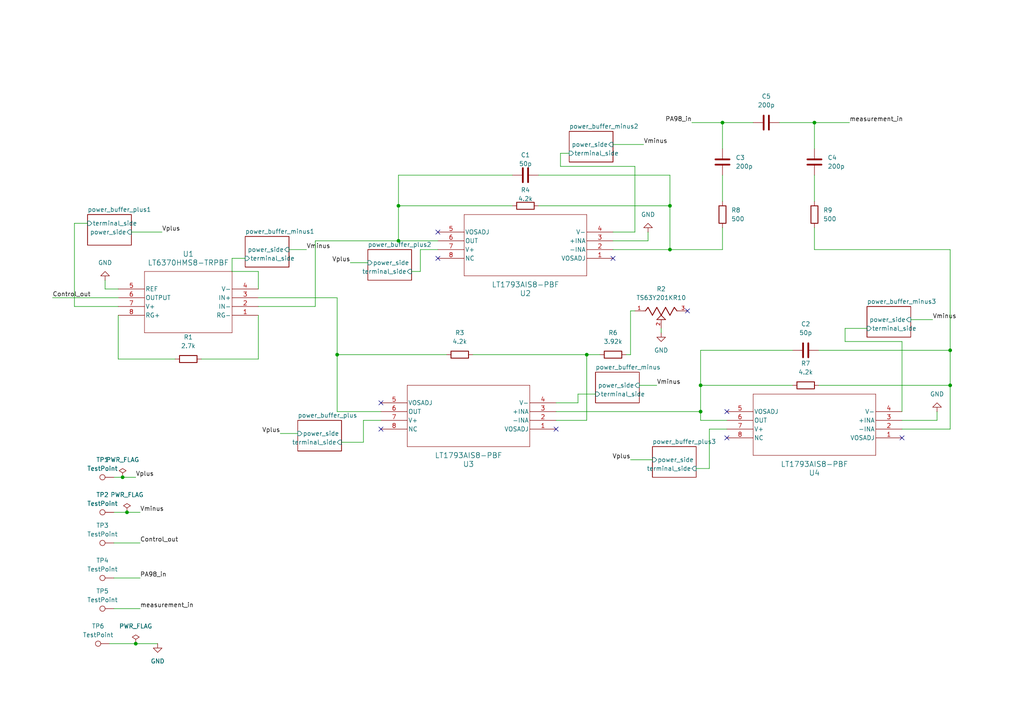
<source format=kicad_sch>
(kicad_sch (version 20250114) (generator "eeschema") (generator_version "9.0")
  (paper "A4")
  (lib_symbols
    (symbol "Connector:TestPoint" (pin_numbers (hide yes)) (pin_names (offset 0.762) (hide yes))
      (property "Reference" "TP" (at 0 6.858 0))
      (property "Value" "TestPoint" (at 0 5.08 0))
      (symbol "TestPoint_0_1"
        (circle (center 0 3.302) (radius 0.762))
      )
      (symbol "TestPoint_1_1"
        (pin passive line (at 0 0 90) (length 2.54) (name "1") (number "1"))
      )
    )
    (symbol "Custom_Potentiometers:TS63Y201KR10" (pin_names (offset 1.016))
      (property "Reference" "R" (at -5.08 5.08 0))
      (property "Value" "TS63Y201KR10" (at -5.08 2.54 0))
      (symbol "TS63Y201KR10_0_0"
        (polyline (pts (xy -5.08 0) (xy -4.572 0)) (stroke (width 0.1524)))
        (polyline (pts (xy -4.572 0) (xy -3.81 1.016)) (stroke (width 0.254)))
        (polyline (pts (xy -3.81 1.016) (xy -2.54 -1.27)) (stroke (width 0.254)))
        (polyline (pts (xy -2.54 -1.27) (xy -1.27 1.016)) (stroke (width 0.254)))
        (polyline (pts (xy -1.27 1.016) (xy 0 -1.27)) (stroke (width 0.254)))
        (polyline (pts (xy -1.27 -2.54) (xy 0 -1.27)) (stroke (width 0.2032)))
        (polyline (pts (xy 0 -1.27) (xy 1.27 1.016)) (stroke (width 0.254)))
        (polyline (pts (xy 0 -1.27) (xy 1.27 -2.54)) (stroke (width 0.2032)))
        (polyline (pts (xy 1.27 1.016) (xy 2.54 -1.27)) (stroke (width 0.254)))
        (polyline (pts (xy 1.27 -2.54) (xy -1.27 -2.54)) (stroke (width 0.2032)))
        (polyline (pts (xy 2.54 -1.27) (xy 3.81 1.016)) (stroke (width 0.254)))
        (polyline (pts (xy 3.81 1.016) (xy 4.572 0)) (stroke (width 0.254)))
        (polyline (pts (xy 4.572 0) (xy 5.08 0)) (stroke (width 0.1524)))
        (pin passive line (at -7.62 0 0) (length 2.54) (name "~") (number "1"))
        (pin passive line (at 0 -5.08 90) (length 2.54) (name "~") (number "2"))
        (pin passive line (at 7.62 0 180) (length 2.54) (name "~") (number "3"))
      )
    )
    (symbol "Custom_amplifier:LT1793AIS8-PBF" (pin_names (offset 0.254))
      (property "Reference" "U" (at 25.4 10.16 0))
      (property "Value" "LT1793AIS8-PBF" (at 25.4 7.62 0))
      (symbol "LT1793AIS8-PBF_0_1"
        (polyline (pts (xy 7.62 5.08) (xy 7.62 -12.7)) (stroke (width 0.127)))
        (polyline (pts (xy 7.62 -12.7) (xy 43.18 -12.7)) (stroke (width 0.127)))
        (polyline (pts (xy 43.18 5.08) (xy 7.62 5.08)) (stroke (width 0.127)))
        (polyline (pts (xy 43.18 -12.7) (xy 43.18 5.08)) (stroke (width 0.127)))
        (pin unspecified line (at 0 0 0) (length 7.62) (name "VOSADJ") (number "1"))
        (pin input line (at 0 -2.54 0) (length 7.62) (name "-INA") (number "2"))
        (pin input line (at 0 -5.08 0) (length 7.62) (name "+INA") (number "3"))
        (pin power_in line (at 0 -7.62 0) (length 7.62) (name "V-") (number "4"))
        (pin unspecified line (at 50.8 0 180) (length 7.62) (name "NC") (number "8"))
        (pin power_in line (at 50.8 -2.54 180) (length 7.62) (name "V+") (number "7"))
        (pin output line (at 50.8 -5.08 180) (length 7.62) (name "OUT") (number "6"))
        (pin unspecified line (at 50.8 -7.62 180) (length 7.62) (name "VOSADJ") (number "5"))
      )
    )
    (symbol "Custom_amplifier:LT6370HMS8-TRPBF" (pin_names (offset 0.254))
      (property "Reference" "U" (at 20.32 10.16 0))
      (property "Value" "LT6370HMS8-TRPBF" (at 20.32 7.62 0))
      (symbol "LT6370HMS8-TRPBF_0_1"
        (polyline (pts (xy 7.62 5.08) (xy 7.62 -12.7)) (stroke (width 0.127)))
        (polyline (pts (xy 7.62 -12.7) (xy 33.02 -12.7)) (stroke (width 0.127)))
        (polyline (pts (xy 33.02 5.08) (xy 7.62 5.08)) (stroke (width 0.127)))
        (polyline (pts (xy 33.02 -12.7) (xy 33.02 5.08)) (stroke (width 0.127)))
        (pin unspecified line (at 0 0 0) (length 7.62) (name "RG-") (number "1"))
        (pin input line (at 0 -2.54 0) (length 7.62) (name "IN-") (number "2"))
        (pin input line (at 0 -5.08 0) (length 7.62) (name "IN+") (number "3"))
        (pin power_in line (at 0 -7.62 0) (length 7.62) (name "V-") (number "4"))
        (pin unspecified line (at 40.64 0 180) (length 7.62) (name "RG+") (number "8"))
        (pin power_in line (at 40.64 -2.54 180) (length 7.62) (name "V+") (number "7"))
        (pin output line (at 40.64 -5.08 180) (length 7.62) (name "OUTPUT") (number "6"))
        (pin power_in line (at 40.64 -7.62 180) (length 7.62) (name "REF") (number "5"))
      )
    )
    (symbol "Device:C" (pin_numbers (hide yes)) (pin_names (offset 0.254))
      (property "Reference" "C" (at 0.635 2.54 0))
      (property "Value" "C" (at 0.635 -2.54 0))
      (symbol "C_0_1"
        (polyline (pts (xy -2.032 0.762) (xy 2.032 0.762)) (stroke (width 0.508)))
        (polyline (pts (xy -2.032 -0.762) (xy 2.032 -0.762)) (stroke (width 0.508)))
      )
      (symbol "C_1_1"
        (pin passive line (at 0 3.81 270) (length 2.794) (name "~") (number "1"))
        (pin passive line (at 0 -3.81 90) (length 2.794) (name "~") (number "2"))
      )
    )
    (symbol "Device:R" (pin_numbers (hide yes)) (pin_names (offset 0))
      (property "Reference" "R" (at 2.032 0 90))
      (property "Value" "R" (at 0 0 90))
      (symbol "R_0_1"
        (rectangle (start -1.016 -2.54) (end 1.016 2.54) (stroke (width 0.254)))
      )
      (symbol "R_1_1"
        (pin passive line (at 0 3.81 270) (length 1.27) (name "~") (number "1"))
        (pin passive line (at 0 -3.81 90) (length 1.27) (name "~") (number "2"))
      )
    )
    (symbol "power:GND" (power) (pin_numbers (hide yes)) (pin_names (offset 0) (hide yes))
      (property "Value" "GND" (at 0 -3.81 0))
      (symbol "GND_0_1"
        (polyline (pts (xy 0 0) (xy 0 -1.27) (xy 1.27 -1.27) (xy 0 -2.54) (xy -1.27 -1.27) (xy 0 -1.27)))
      )
      (symbol "GND_1_1"
        (pin power_in line (at 0 0 270) (length 0) (name "~") (number "1"))
      )
    )
    (symbol "power:PWR_FLAG" (power) (pin_numbers (hide yes)) (pin_names (offset 0) (hide yes))
      (property "Value" "PWR_FLAG" (at 0 3.81 0))
      (symbol "PWR_FLAG_0_0"
        (pin power_out line (at 0 0 90) (length 0) (name "~") (number "1"))
      )
      (symbol "PWR_FLAG_0_1"
        (polyline (pts (xy 0 0) (xy 0 1.27) (xy -1.016 1.905) (xy 0 2.54) (xy 1.016 1.905) (xy 0 1.27)))
      )
    )
  )
  (junction (at 209.55 35.56))
  (junction (at 236.22 35.56))
  (junction (at 275.59 101.6))
  (junction (at 115.57 69.85))
  (junction (at 115.57 59.69))
  (junction (at 97.79 102.87))
  (junction (at 194.31 72.39))
  (junction (at 39.37 186.69))
  (junction (at 36.83 148.59))
  (junction (at 275.59 111.76))
  (junction (at 203.2 111.76))
  (junction (at 170.18 102.87))
  (junction (at 35.56 138.43))
  (junction (at 203.2 119.38))
  (junction (at 194.31 59.69))
  (no_connect (at 110.49 116.84))
  (no_connect (at 127 74.93))
  (no_connect (at 161.29 124.46))
  (no_connect (at 110.49 124.46))
  (no_connect (at 127 67.31))
  (no_connect (at 177.8 74.93))
  (no_connect (at 199.39 90.17))
  (no_connect (at 210.82 127))
  (no_connect (at 210.82 119.38))
  (no_connect (at 261.62 127))
  (wire (pts (xy 194.31 72.39) (xy 209.55 72.39)))
  (wire (pts (xy 105.41 121.92) (xy 110.49 121.92)))
  (wire (pts (xy 236.22 35.56) (xy 226.06 35.56)))
  (wire (pts (xy 115.57 69.85) (xy 127 69.85)))
  (wire (pts (xy 184.15 67.31) (xy 184.15 48.26)))
  (wire (pts (xy 205.74 124.46) (xy 205.74 135.89)))
  (wire (pts (xy 115.57 69.85) (xy 115.57 59.69)))
  (wire (pts (xy 74.93 83.82) (xy 74.93 78.74)))
  (wire (pts (xy 91.44 69.85) (xy 115.57 69.85)))
  (wire (pts (xy 170.18 102.87) (xy 170.18 121.92)))
  (wire (pts (xy 137.16 102.87) (xy 170.18 102.87)))
  (wire (pts (xy 97.79 102.87) (xy 97.79 119.38)))
  (wire (pts (xy 30.48 81.28) (xy 30.48 83.82)))
  (wire (pts (xy 271.78 121.92) (xy 261.62 121.92)))
  (wire (pts (xy 203.2 121.92) (xy 210.82 121.92)))
  (wire (pts (xy 194.31 59.69) (xy 194.31 72.39)))
  (wire (pts (xy 275.59 72.39) (xy 236.22 72.39)))
  (wire (pts (xy 81.28 125.73) (xy 86.36 125.73)))
  (wire (pts (xy 236.22 35.56) (xy 246.38 35.56)))
  (wire (pts (xy 203.2 111.76) (xy 203.2 101.6)))
  (wire (pts (xy 182.88 133.35) (xy 189.23 133.35)))
  (wire (pts (xy 119.38 78.74) (xy 121.92 78.74)))
  (wire (pts (xy 91.44 88.9) (xy 91.44 69.85)))
  (wire (pts (xy 205.74 124.46) (xy 210.82 124.46)))
  (wire (pts (xy 156.21 59.69) (xy 194.31 59.69)))
  (wire (pts (xy 115.57 59.69) (xy 148.59 59.69)))
  (wire (pts (xy 15.24 86.36) (xy 34.29 86.36)))
  (wire (pts (xy 97.79 119.38) (xy 110.49 119.38)))
  (wire (pts (xy 203.2 119.38) (xy 203.2 111.76)))
  (wire (pts (xy 162.56 44.45) (xy 165.1 44.45)))
  (wire (pts (xy 35.56 138.43) (xy 33.02 138.43)))
  (wire (pts (xy 39.37 186.69) (xy 45.72 186.69)))
  (wire (pts (xy 115.57 59.69) (xy 115.57 50.8)))
  (wire (pts (xy 67.31 74.93) (xy 71.12 74.93)))
  (wire (pts (xy 74.93 104.14) (xy 58.42 104.14)))
  (wire (pts (xy 115.57 50.8) (xy 148.59 50.8)))
  (wire (pts (xy 271.78 119.38) (xy 271.78 121.92)))
  (wire (pts (xy 209.55 35.56) (xy 218.44 35.56)))
  (wire (pts (xy 275.59 101.6) (xy 275.59 72.39)))
  (wire (pts (xy 99.06 128.27) (xy 105.41 128.27)))
  (wire (pts (xy 40.64 176.53) (xy 33.02 176.53)))
  (wire (pts (xy 97.79 86.36) (xy 97.79 102.87)))
  (wire (pts (xy 209.55 43.18) (xy 209.55 35.56)))
  (wire (pts (xy 190.5 111.76) (xy 185.42 111.76)))
  (wire (pts (xy 31.75 186.69) (xy 39.37 186.69)))
  (wire (pts (xy 40.64 167.64) (xy 33.02 167.64)))
  (wire (pts (xy 182.88 102.87) (xy 181.61 102.87)))
  (wire (pts (xy 237.49 111.76) (xy 275.59 111.76)))
  (wire (pts (xy 156.21 50.8) (xy 194.31 50.8)))
  (wire (pts (xy 88.9 72.39) (xy 83.82 72.39)))
  (wire (pts (xy 21.59 88.9) (xy 21.59 64.77)))
  (wire (pts (xy 191.77 95.25) (xy 191.77 96.52)))
  (wire (pts (xy 74.93 91.44) (xy 74.93 104.14)))
  (wire (pts (xy 97.79 102.87) (xy 129.54 102.87)))
  (wire (pts (xy 187.96 69.85) (xy 177.8 69.85)))
  (wire (pts (xy 200.66 35.56) (xy 209.55 35.56)))
  (wire (pts (xy 194.31 50.8) (xy 194.31 59.69)))
  (wire (pts (xy 161.29 119.38) (xy 203.2 119.38)))
  (wire (pts (xy 121.92 78.74) (xy 121.92 72.39)))
  (wire (pts (xy 167.64 114.3) (xy 172.72 114.3)))
  (wire (pts (xy 30.48 83.82) (xy 34.29 83.82)))
  (wire (pts (xy 121.92 72.39) (xy 127 72.39)))
  (wire (pts (xy 105.41 128.27) (xy 105.41 121.92)))
  (wire (pts (xy 194.31 72.39) (xy 177.8 72.39)))
  (wire (pts (xy 245.11 99.06) (xy 245.11 95.25)))
  (wire (pts (xy 162.56 48.26) (xy 162.56 44.45)))
  (wire (pts (xy 209.55 66.04) (xy 209.55 72.39)))
  (wire (pts (xy 203.2 121.92) (xy 203.2 119.38)))
  (wire (pts (xy 161.29 121.92) (xy 170.18 121.92)))
  (wire (pts (xy 34.29 91.44) (xy 34.29 104.14)))
  (wire (pts (xy 34.29 104.14) (xy 50.8 104.14)))
  (wire (pts (xy 21.59 64.77) (xy 25.4 64.77)))
  (wire (pts (xy 46.99 67.31) (xy 38.1 67.31)))
  (wire (pts (xy 187.96 67.31) (xy 187.96 69.85)))
  (wire (pts (xy 245.11 95.25) (xy 251.46 95.25)))
  (wire (pts (xy 261.62 119.38) (xy 261.62 99.06)))
  (wire (pts (xy 236.22 50.8) (xy 236.22 58.42)))
  (wire (pts (xy 40.64 157.48) (xy 33.02 157.48)))
  (wire (pts (xy 236.22 66.04) (xy 236.22 72.39)))
  (wire (pts (xy 261.62 99.06) (xy 245.11 99.06)))
  (wire (pts (xy 237.49 101.6) (xy 275.59 101.6)))
  (wire (pts (xy 184.15 67.31) (xy 177.8 67.31)))
  (wire (pts (xy 236.22 43.18) (xy 236.22 35.56)))
  (wire (pts (xy 275.59 111.76) (xy 275.59 124.46)))
  (wire (pts (xy 184.15 48.26) (xy 162.56 48.26)))
  (wire (pts (xy 209.55 50.8) (xy 209.55 58.42)))
  (wire (pts (xy 170.18 102.87) (xy 173.99 102.87)))
  (wire (pts (xy 203.2 111.76) (xy 229.87 111.76)))
  (wire (pts (xy 101.6 76.2) (xy 106.68 76.2)))
  (wire (pts (xy 167.64 116.84) (xy 161.29 116.84)))
  (wire (pts (xy 186.69 41.91) (xy 177.8 41.91)))
  (wire (pts (xy 167.64 116.84) (xy 167.64 114.3)))
  (wire (pts (xy 275.59 101.6) (xy 275.59 111.76)))
  (wire (pts (xy 182.88 102.87) (xy 182.88 90.17)))
  (wire (pts (xy 201.93 135.89) (xy 205.74 135.89)))
  (wire (pts (xy 270.51 92.71) (xy 264.16 92.71)))
  (wire (pts (xy 34.29 88.9) (xy 21.59 88.9)))
  (wire (pts (xy 39.37 138.43) (xy 35.56 138.43)))
  (wire (pts (xy 182.88 90.17) (xy 184.15 90.17)))
  (wire (pts (xy 67.31 78.74) (xy 67.31 74.93)))
  (wire (pts (xy 275.59 124.46) (xy 261.62 124.46)))
  (wire (pts (xy 203.2 101.6) (xy 229.87 101.6)))
  (wire (pts (xy 74.93 86.36) (xy 97.79 86.36)))
  (wire (pts (xy 36.83 148.59) (xy 33.02 148.59)))
  (wire (pts (xy 74.93 78.74) (xy 67.31 78.74)))
  (wire (pts (xy 40.64 148.59) (xy 36.83 148.59)))
  (wire (pts (xy 74.93 88.9) (xy 91.44 88.9)))
  (label "PA98_in" (at 40.64 167.64 0))
  (label "Vminus" (at 88.9 72.39 0))
  (label "Control_out" (at 40.64 157.48 0))
  (label "measurement_in" (at 246.38 35.56 0))
  (label "Vplus" (at 39.37 138.43 0))
  (label "Vplus" (at 182.88 133.35 180))
  (label "Vminus" (at 186.69 41.91 0))
  (label "Vplus" (at 101.6 76.2 180))
  (label "measurement_in" (at 40.64 176.53 0))
  (label "Vplus" (at 81.28 125.73 180))
  (label "Vplus" (at 46.99 67.31 0))
  (label "Vminus" (at 270.51 92.71 0))
  (label "Control_out" (at 15.24 86.36 0))
  (label "Vminus" (at 190.5 111.76 0))
  (label "PA98_in" (at 200.66 35.56 180))
  (label "Vminus" (at 40.64 148.59 0))
  (symbol (lib_id "Device:C") (at 209.55 46.99 180) (unit 1)
    (property "Reference" "C3" (at 213.36 45.7199 0) (effects (justify right)))
    (property "Value" "200p" (at 213.36 48.2599 0) (effects (justify right)))
    (property "Footprint" "Custom_capacitors:CAPC2012X145N(200pF 0805 0.1err)" (effects (hide yes)))
    (property "Description" "Unpolarized capacitor" (effects (hide yes)))
  )
  (symbol (lib_id "Custom_Potentiometers:TS63Y201KR10") (at 191.77 90.17 0) (unit 1)
    (property "Reference" "R2" (at 191.77 83.82 0))
    (property "Value" "TS63Y201KR10" (at 191.77 86.36 0))
    (property "Footprint" "Custom_trimpot:TRIM_TS63Y201KR10" (effects (hide yes)))
    (property "PARTREV" "17-Oct-2018" (effects (hide yes)))
    (property "SNAPEDA_PN" "TS63Y201KR10" (effects (hide yes)))
    (property "STANDARD" "Manufacturer Recommendations" (effects (hide yes)))
    (property "MAXIMUM_PACKAGE_HEIGHT" "8 mm" (effects (hide yes)))
    (property "MANUFACTURER" "Vishay" (effects (hide yes)))
  )
  (symbol (lib_id "Device:C") (at 222.25 35.56 90) (unit 1)
    (property "Reference" "C5" (at 222.25 27.94 90))
    (property "Value" "200p" (at 222.25 30.48 90))
    (property "Footprint" "Custom_capacitors:CAPC2012X145N(200pF 0805 0.1err)" (effects (hide yes)))
    (property "Description" "Unpolarized capacitor" (effects (hide yes)))
  )
  (symbol (lib_id "Device:R") (at 233.68 111.76 90) (unit 1)
    (property "Reference" "R7" (at 233.68 105.41 90))
    (property "Value" "4.2k" (at 233.68 107.95 90))
    (property "Footprint" "Custom_resistors:RESC2012X55N(4.02k Ohm 0805 0.1err)" (effects (hide yes)))
    (property "Description" "Resistor" (effects (hide yes)))
  )
  (symbol (lib_id "Connector:TestPoint") (at 33.02 157.48 90) (unit 1)
    (property "Reference" "TP3" (at 29.718 152.4 90))
    (property "Value" "TestPoint" (at 29.718 154.94 90))
    (property "Footprint" "Custom_trimpot:PAD_EXT_2.54x5.08mm" (effects (hide yes)))
    (property "Description" "test point" (effects (hide yes)))
  )
  (symbol (lib_id "Device:C") (at 236.22 46.99 180) (unit 1)
    (property "Reference" "C4" (at 240.03 45.7199 0) (effects (justify right)))
    (property "Value" "200p" (at 240.03 48.2599 0) (effects (justify right)))
    (property "Footprint" "Custom_capacitors:CAPC2012X145N(200pF 0805 0.1err)" (effects (hide yes)))
    (property "Description" "Unpolarized capacitor" (effects (hide yes)))
  )
  (symbol (lib_id "Connector:TestPoint") (at 33.02 176.53 90) (unit 1)
    (property "Reference" "TP5" (at 29.718 171.45 90))
    (property "Value" "TestPoint" (at 29.718 173.99 90))
    (property "Footprint" "Custom_trimpot:PAD_EXT_2.54x5.08mm" (effects (hide yes)))
    (property "Description" "test point" (effects (hide yes)))
  )
  (symbol (lib_id "Device:C") (at 233.68 101.6 90) (unit 1)
    (property "Reference" "C2" (at 233.68 93.98 90))
    (property "Value" "50p" (at 233.68 96.52 90))
    (property "Footprint" "Custom_capacitors:CAPC2012X140N(50pF 1206 1 C0G 100V)" (effects (hide yes)))
    (property "Description" "Unpolarized capacitor" (effects (hide yes)))
  )
  (symbol (lib_id "Device:R") (at 54.61 104.14 270) (unit 1)
    (property "Reference" "R1" (at 54.61 97.79 90))
    (property "Value" "2.7k" (at 54.61 100.33 90))
    (property "Footprint" "Custom_resistors:RES_TNPW0603_VIS-L(2.7k Ohm 0603 0.1err)" (effects (hide yes)))
    (property "Description" "Resistor" (effects (hide yes)))
  )
  (symbol (lib_id "power:GND") (at 45.72 186.69 0) (unit 1)
    (property "Reference" "#PWR05" (effects (hide yes)))
    (property "Value" "GND" (at 45.72 191.77 0))
    (property "Description" "Power symbol creates a global label with name \"GND\" , ground" (effects (hide yes)))
  )
  (symbol (lib_id "Device:R") (at 236.22 62.23 0) (unit 1)
    (property "Reference" "R9" (at 238.76 60.9599 0) (effects (justify left)))
    (property "Value" "500" (at 238.76 63.4999 0) (effects (justify left)))
    (property "Footprint" "Custom_resistors:RESC2012X55N(500 Ohm 0805 0.05err)" (effects (hide yes)))
    (property "Description" "Resistor" (effects (hide yes)))
  )
  (symbol (lib_id "Device:C") (at 152.4 50.8 90) (unit 1)
    (property "Reference" "C1" (at 152.4 44.958 90))
    (property "Value" "50p" (at 152.4 47.498 90))
    (property "Footprint" "Custom_capacitors:CAPC2012X140N(50pF 1206 1 C0G 100V)" (effects (hide yes)))
    (property "Description" "Unpolarized capacitor" (effects (hide yes)))
  )
  (symbol (lib_id "power:GND") (at 187.96 67.31 180) (unit 1)
    (property "Reference" "#PWR02" (effects (hide yes)))
    (property "Value" "GND" (at 187.96 62.23 0))
    (property "Description" "Power symbol creates a global label with name \"GND\" , ground" (effects (hide yes)))
  )
  (symbol (lib_id "Connector:TestPoint") (at 31.75 186.69 90) (unit 1)
    (property "Reference" "TP6" (at 28.448 181.61 90))
    (property "Value" "TestPoint" (at 28.448 184.15 90))
    (property "Footprint" "Custom_trimpot:PAD_EXT_2.54x5.08mm" (effects (hide yes)))
    (property "Description" "test point" (effects (hide yes)))
  )
  (symbol (lib_id "power:GND") (at 191.77 96.52 0) (unit 1)
    (property "Reference" "#PWR03" (effects (hide yes)))
    (property "Value" "GND" (at 191.77 101.6 0))
    (property "Description" "Power symbol creates a global label with name \"GND\" , ground" (effects (hide yes)))
  )
  (symbol (lib_id "Connector:TestPoint") (at 33.02 148.59 90) (unit 1)
    (property "Reference" "TP2" (at 29.718 143.51 90))
    (property "Value" "TestPoint" (at 29.718 146.05 90))
    (property "Footprint" "Custom_trimpot:PAD_EXT_2.54x5.08mm" (effects (hide yes)))
    (property "Description" "test point" (effects (hide yes)))
  )
  (symbol (lib_id "Device:R") (at 177.8 102.87 90) (unit 1)
    (property "Reference" "R6" (at 177.8 96.52 90))
    (property "Value" "3.92k" (at 177.8 99.06 90))
    (property "Footprint" "Custom_resistors:RES_TNPW0805_VIS-L(3.92k Ohm 0805 0.1)" (effects (hide yes)))
    (property "Description" "Resistor" (effects (hide yes)))
  )
  (symbol (lib_id "Device:R") (at 133.35 102.87 90) (unit 1)
    (property "Reference" "R3" (at 133.35 96.52 90))
    (property "Value" "4.2k" (at 133.35 99.06 90))
    (property "Footprint" "Custom_resistors:RESC2012X55N(4.02k Ohm 0805 0.1err)" (effects (hide yes)))
    (property "Description" "Resistor" (effects (hide yes)))
  )
  (symbol (lib_id "Custom_amplifier:LT6370HMS8-TRPBF") (at 74.93 91.44 180) (unit 1)
    (property "Reference" "U1" (at 54.61 73.66 0) (effects (font (size 1.524 1.524))))
    (property "Value" "LT6370HMS8-TRPBF" (at 54.61 76.2 0) (effects (font (size 1.524 1.524))))
    (property "Footprint" "Custom_amplifiers:LT6370HMS8_TRPBF_L" (effects (hide yes)))
    (property "Datasheet" "LT6370HMS8-TRPBF" (effects (hide yes)))
  )
  (symbol (lib_id "Device:R") (at 209.55 62.23 0) (unit 1)
    (property "Reference" "R8" (at 212.09 60.9599 0) (effects (justify left)))
    (property "Value" "500" (at 212.09 63.4999 0) (effects (justify left)))
    (property "Footprint" "Custom_resistors:RESC2012X55N(500 Ohm 0805 0.05err)" (effects (hide yes)))
    (property "Description" "Resistor" (effects (hide yes)))
  )
  (symbol (lib_id "power:GND") (at 271.78 119.38 180) (unit 1)
    (property "Reference" "#PWR04" (effects (hide yes)))
    (property "Value" "GND" (at 271.78 114.3 0))
    (property "Description" "Power symbol creates a global label with name \"GND\" , ground" (effects (hide yes)))
  )
  (symbol (lib_id "Device:R") (at 152.4 59.69 90) (unit 1)
    (property "Reference" "R4" (at 152.4 55.118 90))
    (property "Value" "4.2k" (at 152.4 57.658 90))
    (property "Footprint" "Custom_resistors:RESC2012X55N(4.02k Ohm 0805 0.1err)" (effects (hide yes)))
    (property "Description" "Resistor" (effects (hide yes)))
  )
  (symbol (lib_id "Custom_amplifier:LT1793AIS8-PBF") (at 177.8 74.93 180) (unit 1)
    (property "Reference" "U2" (at 152.4 85.09 0) (effects (font (size 1.524 1.524))))
    (property "Value" "LT1793AIS8-PBF" (at 152.4 82.55 0) (effects (font (size 1.524 1.524))))
    (property "Footprint" "Custom_amplifiers:LT1793AIS_8_PBF" (effects (hide yes)))
    (property "Datasheet" "LT1793AIS8-PBF" (effects (hide yes)))
  )
  (symbol (lib_id "power:PWR_FLAG") (at 35.56 138.43 0) (unit 1)
    (property "Reference" "#FLG01" (effects (hide yes)))
    (property "Value" "PWR_FLAG" (at 35.56 133.35 0))
    (property "Description" "Special symbol for telling ERC where power comes from" (effects (hide yes)))
  )
  (symbol (lib_id "Custom_amplifier:LT1793AIS8-PBF") (at 161.29 124.46 180) (unit 1)
    (property "Reference" "U3" (at 135.89 134.62 0) (effects (font (size 1.524 1.524))))
    (property "Value" "LT1793AIS8-PBF" (at 135.89 132.08 0) (effects (font (size 1.524 1.524))))
    (property "Footprint" "Custom_amplifiers:LT1793AIS_8_PBF" (effects (hide yes)))
    (property "Datasheet" "LT1793AIS8-PBF" (effects (hide yes)))
  )
  (symbol (lib_id "power:GND") (at 30.48 81.28 180) (unit 1)
    (property "Reference" "#PWR01" (effects (hide yes)))
    (property "Value" "GND" (at 30.48 76.2 0))
    (property "Description" "Power symbol creates a global label with name \"GND\" , ground" (effects (hide yes)))
  )
  (symbol (lib_id "power:PWR_FLAG") (at 39.37 186.69 0) (unit 1)
    (property "Reference" "#FLG03" (effects (hide yes)))
    (property "Value" "PWR_FLAG" (at 39.37 181.61 0))
    (property "Description" "Special symbol for telling ERC where power comes from" (effects (hide yes)))
  )
  (symbol (lib_id "Connector:TestPoint") (at 33.02 167.64 90) (unit 1)
    (property "Reference" "TP4" (at 29.718 162.56 90))
    (property "Value" "TestPoint" (at 29.718 165.1 90))
    (property "Footprint" "Custom_trimpot:PAD_EXT_2.54x5.08mm" (effects (hide yes)))
    (property "Description" "test point" (effects (hide yes)))
  )
  (symbol (lib_id "Connector:TestPoint") (at 33.02 138.43 90) (unit 1)
    (property "Reference" "TP1" (at 29.718 133.35 90))
    (property "Value" "TestPoint" (at 29.718 135.89 90))
    (property "Footprint" "Custom_trimpot:PAD_EXT_2.54x5.08mm" (effects (hide yes)))
    (property "Description" "test point" (effects (hide yes)))
  )
  (symbol (lib_id "power:PWR_FLAG") (at 36.83 148.59 0) (unit 1)
    (property "Reference" "#FLG02" (effects (hide yes)))
    (property "Value" "PWR_FLAG" (at 36.83 143.51 0))
    (property "Description" "Special symbol for telling ERC where power comes from" (effects (hide yes)))
  )
  (symbol (lib_id "Custom_amplifier:LT1793AIS8-PBF") (at 261.62 127 180) (unit 1)
    (property "Reference" "U4" (at 236.22 137.16 0) (effects (font (size 1.524 1.524))))
    (property "Value" "LT1793AIS8-PBF" (at 236.22 134.62 0) (effects (font (size 1.524 1.524))))
    (property "Footprint" "Custom_amplifiers:LT1793AIS_8_PBF" (effects (hide yes)))
    (property "Datasheet" "LT1793AIS8-PBF" (effects (hide yes)))
  )
  (sheet (at 165.1 38.1) (size 12.7 8.89) (stroke (width 0.1524))
    (property "Sheetname" "power_buffer_minus2" (at 165.1 37.3884 0) (effects (justify left bottom)))
    (property "Sheetfile" "power_buffer_minus.kicad_sch" (effects (hide yes)))
    (pin "power_side" input (at 177.8 41.91 0))
    (pin "terminal_side" input (at 165.1 44.45 180))
  )
  (sheet (at 86.36 121.92) (size 12.7 8.89) (stroke (width 0.1524))
    (property "Sheetname" "power_buffer_plus" (at 86.36 121.2084 0) (effects (justify left bottom)))
    (property "Sheetfile" "power_buffer_plus.kicad_sch" (effects (hide yes)))
    (pin "power_side" input (at 86.36 125.73 180))
    (pin "terminal_side" input (at 99.06 128.27 0))
  )
  (sheet (at 25.4 62.23) (size 12.7 8.89) (stroke (width 0.1524))
    (property "Sheetname" "power_buffer_plus1" (at 25.4 61.5184 0) (effects (justify left bottom)))
    (property "Sheetfile" "power_buffer_plus.kicad_sch" (effects (hide yes)))
    (pin "power_side" input (at 38.1 67.31 0))
    (pin "terminal_side" input (at 25.4 64.77 180))
  )
  (sheet (at 106.68 72.39) (size 12.7 8.89) (stroke (width 0.1524))
    (property "Sheetname" "power_buffer_plus2" (at 106.68 71.6784 0) (effects (justify left bottom)))
    (property "Sheetfile" "power_buffer_plus.kicad_sch" (effects (hide yes)))
    (pin "power_side" input (at 106.68 76.2 180))
    (pin "terminal_side" input (at 119.38 78.74 0))
  )
  (sheet (at 172.72 107.95) (size 12.7 8.89) (stroke (width 0.1524))
    (property "Sheetname" "power_buffer_minus" (at 172.72 107.2384 0) (effects (justify left bottom)))
    (property "Sheetfile" "power_buffer_minus.kicad_sch" (effects (hide yes)))
    (pin "power_side" input (at 185.42 111.76 0))
    (pin "terminal_side" input (at 172.72 114.3 180))
  )
  (sheet (at 189.23 129.54) (size 12.7 8.89) (stroke (width 0.1524))
    (property "Sheetname" "power_buffer_plus3" (at 189.23 128.8284 0) (effects (justify left bottom)))
    (property "Sheetfile" "power_buffer_plus.kicad_sch" (effects (hide yes)))
    (pin "power_side" input (at 189.23 133.35 180))
    (pin "terminal_side" input (at 201.93 135.89 0))
  )
  (sheet (at 251.46 88.9) (size 12.7 8.89) (stroke (width 0.1524))
    (property "Sheetname" "power_buffer_minus3" (at 251.46 88.1884 0) (effects (justify left bottom)))
    (property "Sheetfile" "power_buffer_minus.kicad_sch" (effects (hide yes)))
    (pin "power_side" input (at 264.16 92.71 0))
    (pin "terminal_side" input (at 251.46 95.25 180))
  )
  (sheet (at 71.12 68.58) (size 12.7 8.89) (stroke (width 0.1524))
    (property "Sheetname" "power_buffer_minus1" (at 71.12 67.8684 0) (effects (justify left bottom)))
    (property "Sheetfile" "power_buffer_minus.kicad_sch" (effects (hide yes)))
    (pin "power_side" input (at 83.82 72.39 0))
    (pin "terminal_side" input (at 71.12 74.93 180))
  )
)
</source>
